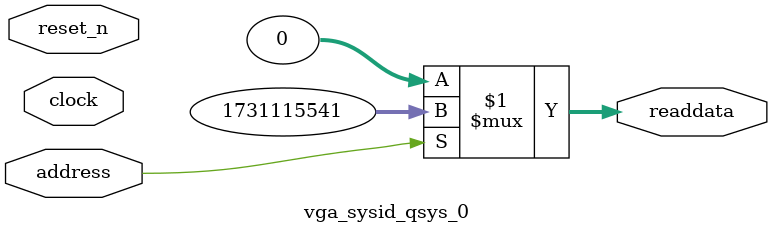
<source format=v>



// synthesis translate_off
`timescale 1ns / 1ps
// synthesis translate_on

// turn off superfluous verilog processor warnings 
// altera message_level Level1 
// altera message_off 10034 10035 10036 10037 10230 10240 10030 

module vga_sysid_qsys_0 (
               // inputs:
                address,
                clock,
                reset_n,

               // outputs:
                readdata
             )
;

  output  [ 31: 0] readdata;
  input            address;
  input            clock;
  input            reset_n;

  wire    [ 31: 0] readdata;
  //control_slave, which is an e_avalon_slave
  assign readdata = address ? 1731115541 : 0;

endmodule



</source>
